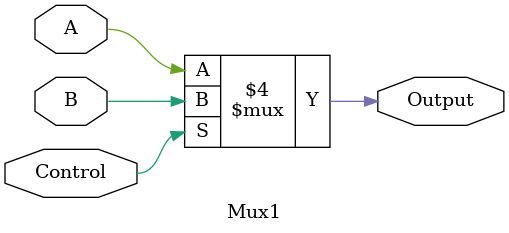
<source format=v>
module Mux1(
	input A, B, Control, 
	output reg Output);
	
	initial begin
	   Output <= 0;
	end
	
	always @(*) begin
		if (Control) begin
			Output <= B;
		end
		else begin
			Output <= A;
		end
	
	end
endmodule
</source>
